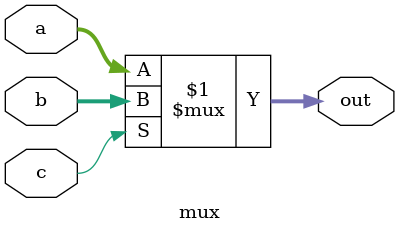
<source format=sv>
`timescale 1ns / 1ps


module mux
#(parameter width = 32)
(
    input [width - 1:0]a, b,
    input c,
    output [width - 1:0]out
    );
    assign out = c ? b : a;
endmodule

</source>
